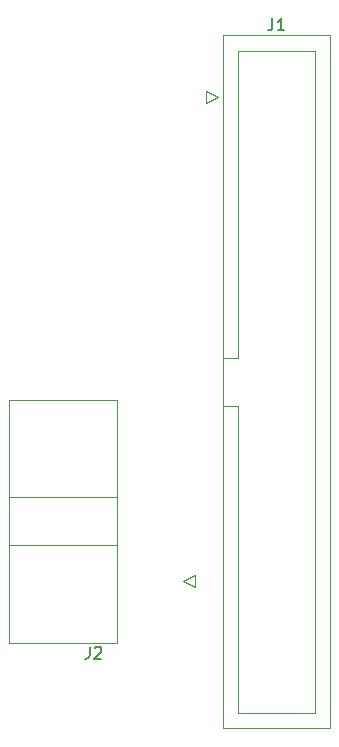
<source format=gto>
G04 #@! TF.GenerationSoftware,KiCad,Pcbnew,5.99.0-unknown-15c4a7b06~104~ubuntu18.04.1*
G04 #@! TF.CreationDate,2020-09-30T21:22:49+01:00*
G04 #@! TF.ProjectId,nesta proto adapter,6e657374-6120-4707-926f-746f20616461,rev?*
G04 #@! TF.SameCoordinates,Original*
G04 #@! TF.FileFunction,Legend,Top*
G04 #@! TF.FilePolarity,Positive*
%FSLAX46Y46*%
G04 Gerber Fmt 4.6, Leading zero omitted, Abs format (unit mm)*
G04 Created by KiCad (PCBNEW 5.99.0-unknown-15c4a7b06~104~ubuntu18.04.1) date 2020-09-30 21:22:49*
%MOMM*%
%LPD*%
G01*
G04 APERTURE LIST*
%ADD10C,0.150000*%
%ADD11C,0.120000*%
G04 APERTURE END LIST*
D10*
X138436666Y-73852380D02*
X138436666Y-74566666D01*
X138389047Y-74709523D01*
X138293809Y-74804761D01*
X138150952Y-74852380D01*
X138055714Y-74852380D01*
X139436666Y-74852380D02*
X138865238Y-74852380D01*
X139150952Y-74852380D02*
X139150952Y-73852380D01*
X139055714Y-73995238D01*
X138960476Y-74090476D01*
X138865238Y-74138095D01*
X122951666Y-127052380D02*
X122951666Y-127766666D01*
X122904047Y-127909523D01*
X122808809Y-128004761D01*
X122665952Y-128052380D01*
X122570714Y-128052380D01*
X123380238Y-127147619D02*
X123427857Y-127100000D01*
X123523095Y-127052380D01*
X123761190Y-127052380D01*
X123856428Y-127100000D01*
X123904047Y-127147619D01*
X123951666Y-127242857D01*
X123951666Y-127338095D01*
X123904047Y-127480952D01*
X123332619Y-128052380D01*
X123951666Y-128052380D01*
D11*
X132820000Y-81000000D02*
X133820000Y-80500000D01*
X134210000Y-75290000D02*
X143330000Y-75290000D01*
X135520000Y-106680000D02*
X134210000Y-106680000D01*
X133820000Y-80500000D02*
X132820000Y-80000000D01*
X143330000Y-133970000D02*
X134210000Y-133970000D01*
X134210000Y-102580000D02*
X135520000Y-102580000D01*
X143330000Y-75290000D02*
X143330000Y-133970000D01*
X135520000Y-106680000D02*
X135520000Y-106680000D01*
X142020000Y-132670000D02*
X135520000Y-132670000D01*
X132820000Y-80000000D02*
X132820000Y-81000000D01*
X142020000Y-76590000D02*
X142020000Y-132670000D01*
X135520000Y-132670000D02*
X135520000Y-106680000D01*
X134210000Y-133970000D02*
X134210000Y-75290000D01*
X135520000Y-102580000D02*
X135520000Y-76590000D01*
X135520000Y-76590000D02*
X142020000Y-76590000D01*
X116110000Y-106130000D02*
X125230000Y-106130000D01*
X125230000Y-114370000D02*
X116110000Y-114370000D01*
X116110000Y-126710000D02*
X116110000Y-106130000D01*
X131850000Y-121000000D02*
X130850000Y-121500000D01*
X131850000Y-122000000D02*
X131850000Y-121000000D01*
X125230000Y-126710000D02*
X116110000Y-126710000D01*
X125230000Y-118470000D02*
X116110000Y-118470000D01*
X125230000Y-106130000D02*
X125230000Y-126710000D01*
X130850000Y-121500000D02*
X131850000Y-122000000D01*
M02*

</source>
